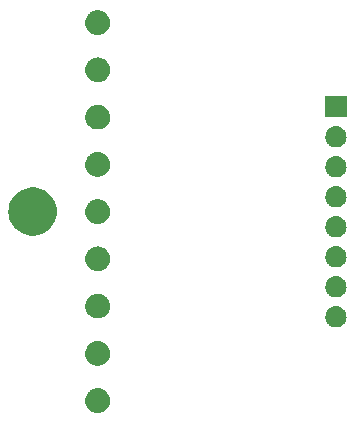
<source format=gbr>
G04 #@! TF.GenerationSoftware,KiCad,Pcbnew,8.0.3*
G04 #@! TF.CreationDate,2024-06-28T16:30:35+02:00*
G04 #@! TF.ProjectId,Playstation 2 breakout,506c6179-7374-4617-9469-6f6e20322062,rev?*
G04 #@! TF.SameCoordinates,Original*
G04 #@! TF.FileFunction,Soldermask,Bot*
G04 #@! TF.FilePolarity,Negative*
%FSLAX46Y46*%
G04 Gerber Fmt 4.6, Leading zero omitted, Abs format (unit mm)*
G04 Created by KiCad (PCBNEW 8.0.3) date 2024-06-28 16:30:35*
%MOMM*%
%LPD*%
G01*
G04 APERTURE LIST*
G04 APERTURE END LIST*
G36*
X168389438Y-91662017D02*
G01*
X168435423Y-91662017D01*
X168486639Y-91671590D01*
X168543540Y-91677195D01*
X168586761Y-91690306D01*
X168625974Y-91697636D01*
X168680285Y-91718676D01*
X168740700Y-91737003D01*
X168775220Y-91755454D01*
X168806732Y-91767662D01*
X168861477Y-91801559D01*
X168922404Y-91834125D01*
X168948006Y-91855136D01*
X168971548Y-91869713D01*
X169023712Y-91917267D01*
X169081669Y-91964831D01*
X169098842Y-91985757D01*
X169114801Y-92000305D01*
X169161129Y-92061653D01*
X169212375Y-92124096D01*
X169222283Y-92142634D01*
X169231622Y-92155000D01*
X169268774Y-92229613D01*
X169309497Y-92305800D01*
X169313840Y-92320117D01*
X169318028Y-92328528D01*
X169342767Y-92415476D01*
X169369305Y-92502960D01*
X169370176Y-92511811D01*
X169371077Y-92514975D01*
X169380438Y-92616002D01*
X169389500Y-92708000D01*
X169380438Y-92800005D01*
X169371077Y-92901024D01*
X169370176Y-92904187D01*
X169369305Y-92913040D01*
X169342762Y-93000538D01*
X169318028Y-93087471D01*
X169313841Y-93095879D01*
X169309497Y-93110200D01*
X169268767Y-93186399D01*
X169231622Y-93260999D01*
X169222285Y-93273362D01*
X169212375Y-93291904D01*
X169161120Y-93354357D01*
X169114801Y-93415694D01*
X169098845Y-93430238D01*
X169081669Y-93451169D01*
X169023701Y-93498741D01*
X168971548Y-93546286D01*
X168948011Y-93560859D01*
X168922404Y-93581875D01*
X168861465Y-93614447D01*
X168806732Y-93648337D01*
X168775226Y-93660542D01*
X168740700Y-93678997D01*
X168680273Y-93697327D01*
X168625974Y-93718363D01*
X168586768Y-93725691D01*
X168543540Y-93738805D01*
X168486636Y-93744409D01*
X168435423Y-93753983D01*
X168389438Y-93753983D01*
X168338500Y-93759000D01*
X168287562Y-93753983D01*
X168241577Y-93753983D01*
X168190363Y-93744409D01*
X168133460Y-93738805D01*
X168090232Y-93725692D01*
X168051025Y-93718363D01*
X167996721Y-93697325D01*
X167936300Y-93678997D01*
X167901775Y-93660543D01*
X167870267Y-93648337D01*
X167815527Y-93614443D01*
X167754596Y-93581875D01*
X167728991Y-93560861D01*
X167705451Y-93546286D01*
X167653288Y-93498733D01*
X167595331Y-93451169D01*
X167578156Y-93430242D01*
X167562198Y-93415694D01*
X167515867Y-93354342D01*
X167464625Y-93291904D01*
X167454716Y-93273366D01*
X167445377Y-93260999D01*
X167408217Y-93186372D01*
X167367503Y-93110200D01*
X167363160Y-93095884D01*
X167358971Y-93087471D01*
X167334221Y-93000485D01*
X167307695Y-92913040D01*
X167306823Y-92904192D01*
X167305922Y-92901024D01*
X167296544Y-92799833D01*
X167287500Y-92708000D01*
X167296544Y-92616173D01*
X167305922Y-92514975D01*
X167306823Y-92511805D01*
X167307695Y-92502960D01*
X167334216Y-92415529D01*
X167358971Y-92328528D01*
X167363161Y-92320112D01*
X167367503Y-92305800D01*
X167408210Y-92229641D01*
X167445377Y-92155000D01*
X167454718Y-92142629D01*
X167464625Y-92124096D01*
X167515857Y-92061668D01*
X167562198Y-92000305D01*
X167578160Y-91985753D01*
X167595331Y-91964831D01*
X167653277Y-91917275D01*
X167705451Y-91869713D01*
X167728996Y-91855134D01*
X167754596Y-91834125D01*
X167815515Y-91801563D01*
X167870267Y-91767662D01*
X167901782Y-91755452D01*
X167936300Y-91737003D01*
X167996709Y-91718677D01*
X168051025Y-91697636D01*
X168090239Y-91690305D01*
X168133460Y-91677195D01*
X168190360Y-91671590D01*
X168241577Y-91662017D01*
X168287562Y-91662017D01*
X168338500Y-91657000D01*
X168389438Y-91662017D01*
G37*
G36*
X168389438Y-87662017D02*
G01*
X168435423Y-87662017D01*
X168486639Y-87671590D01*
X168543540Y-87677195D01*
X168586761Y-87690306D01*
X168625974Y-87697636D01*
X168680285Y-87718676D01*
X168740700Y-87737003D01*
X168775220Y-87755454D01*
X168806732Y-87767662D01*
X168861477Y-87801559D01*
X168922404Y-87834125D01*
X168948006Y-87855136D01*
X168971548Y-87869713D01*
X169023712Y-87917267D01*
X169081669Y-87964831D01*
X169098842Y-87985757D01*
X169114801Y-88000305D01*
X169161129Y-88061653D01*
X169212375Y-88124096D01*
X169222283Y-88142634D01*
X169231622Y-88155000D01*
X169268774Y-88229613D01*
X169309497Y-88305800D01*
X169313840Y-88320117D01*
X169318028Y-88328528D01*
X169342767Y-88415476D01*
X169369305Y-88502960D01*
X169370176Y-88511811D01*
X169371077Y-88514975D01*
X169380438Y-88616002D01*
X169389500Y-88708000D01*
X169380438Y-88800005D01*
X169371077Y-88901024D01*
X169370176Y-88904187D01*
X169369305Y-88913040D01*
X169342762Y-89000538D01*
X169318028Y-89087471D01*
X169313841Y-89095879D01*
X169309497Y-89110200D01*
X169268767Y-89186399D01*
X169231622Y-89260999D01*
X169222285Y-89273362D01*
X169212375Y-89291904D01*
X169161120Y-89354357D01*
X169114801Y-89415694D01*
X169098845Y-89430238D01*
X169081669Y-89451169D01*
X169023701Y-89498741D01*
X168971548Y-89546286D01*
X168948011Y-89560859D01*
X168922404Y-89581875D01*
X168861465Y-89614447D01*
X168806732Y-89648337D01*
X168775226Y-89660542D01*
X168740700Y-89678997D01*
X168680273Y-89697327D01*
X168625974Y-89718363D01*
X168586768Y-89725691D01*
X168543540Y-89738805D01*
X168486636Y-89744409D01*
X168435423Y-89753983D01*
X168389438Y-89753983D01*
X168338500Y-89759000D01*
X168287562Y-89753983D01*
X168241577Y-89753983D01*
X168190363Y-89744409D01*
X168133460Y-89738805D01*
X168090232Y-89725692D01*
X168051025Y-89718363D01*
X167996721Y-89697325D01*
X167936300Y-89678997D01*
X167901775Y-89660543D01*
X167870267Y-89648337D01*
X167815527Y-89614443D01*
X167754596Y-89581875D01*
X167728991Y-89560861D01*
X167705451Y-89546286D01*
X167653288Y-89498733D01*
X167595331Y-89451169D01*
X167578156Y-89430242D01*
X167562198Y-89415694D01*
X167515867Y-89354342D01*
X167464625Y-89291904D01*
X167454716Y-89273366D01*
X167445377Y-89260999D01*
X167408217Y-89186372D01*
X167367503Y-89110200D01*
X167363160Y-89095884D01*
X167358971Y-89087471D01*
X167334221Y-89000485D01*
X167307695Y-88913040D01*
X167306823Y-88904192D01*
X167305922Y-88901024D01*
X167296544Y-88799833D01*
X167287500Y-88708000D01*
X167296544Y-88616173D01*
X167305922Y-88514975D01*
X167306823Y-88511805D01*
X167307695Y-88502960D01*
X167334216Y-88415529D01*
X167358971Y-88328528D01*
X167363161Y-88320112D01*
X167367503Y-88305800D01*
X167408210Y-88229641D01*
X167445377Y-88155000D01*
X167454718Y-88142629D01*
X167464625Y-88124096D01*
X167515857Y-88061668D01*
X167562198Y-88000305D01*
X167578160Y-87985753D01*
X167595331Y-87964831D01*
X167653277Y-87917275D01*
X167705451Y-87869713D01*
X167728996Y-87855134D01*
X167754596Y-87834125D01*
X167815515Y-87801563D01*
X167870267Y-87767662D01*
X167901782Y-87755452D01*
X167936300Y-87737003D01*
X167996709Y-87718677D01*
X168051025Y-87697636D01*
X168090239Y-87690305D01*
X168133460Y-87677195D01*
X168190360Y-87671590D01*
X168241577Y-87662017D01*
X168287562Y-87662017D01*
X168338500Y-87657000D01*
X168389438Y-87662017D01*
G37*
G36*
X188560483Y-84716936D02*
G01*
X188610680Y-84716936D01*
X188654024Y-84726149D01*
X188692159Y-84729905D01*
X188740066Y-84744437D01*
X188794924Y-84756098D01*
X188830030Y-84771728D01*
X188861066Y-84781143D01*
X188910384Y-84807504D01*
X188967000Y-84832711D01*
X188993322Y-84851835D01*
X189016732Y-84864348D01*
X189064488Y-84903540D01*
X189119387Y-84943427D01*
X189137211Y-84963223D01*
X189153175Y-84976324D01*
X189196072Y-85028594D01*
X189245424Y-85083405D01*
X189255792Y-85101363D01*
X189265151Y-85112767D01*
X189299773Y-85177542D01*
X189339604Y-85246530D01*
X189344185Y-85260630D01*
X189348356Y-85268433D01*
X189371352Y-85344242D01*
X189397811Y-85425672D01*
X189398742Y-85434532D01*
X189399594Y-85437340D01*
X189407884Y-85521513D01*
X189417500Y-85613000D01*
X189407883Y-85704494D01*
X189399594Y-85788659D01*
X189398742Y-85791466D01*
X189397811Y-85800328D01*
X189371348Y-85881771D01*
X189348356Y-85957566D01*
X189344186Y-85965366D01*
X189339604Y-85979470D01*
X189299766Y-86048470D01*
X189265151Y-86113232D01*
X189255794Y-86124633D01*
X189245424Y-86142595D01*
X189196063Y-86197415D01*
X189153175Y-86249675D01*
X189137214Y-86262773D01*
X189119387Y-86282573D01*
X189064477Y-86322467D01*
X189016732Y-86361651D01*
X188993327Y-86374161D01*
X188967000Y-86393289D01*
X188910373Y-86418500D01*
X188861066Y-86444856D01*
X188830037Y-86454268D01*
X188794924Y-86469902D01*
X188740055Y-86481564D01*
X188692159Y-86496094D01*
X188654032Y-86499849D01*
X188610680Y-86509064D01*
X188560473Y-86509064D01*
X188516500Y-86513395D01*
X188472527Y-86509064D01*
X188422320Y-86509064D01*
X188378967Y-86499849D01*
X188340840Y-86496094D01*
X188292941Y-86481563D01*
X188238076Y-86469902D01*
X188202964Y-86454269D01*
X188171933Y-86444856D01*
X188122620Y-86418498D01*
X188066000Y-86393289D01*
X188039675Y-86374163D01*
X188016267Y-86361651D01*
X187968513Y-86322460D01*
X187913613Y-86282573D01*
X187895787Y-86262776D01*
X187879824Y-86249675D01*
X187836925Y-86197402D01*
X187787576Y-86142595D01*
X187777208Y-86124637D01*
X187767848Y-86113232D01*
X187733219Y-86048447D01*
X187693396Y-85979470D01*
X187688815Y-85965371D01*
X187684643Y-85957566D01*
X187661636Y-85881725D01*
X187635189Y-85800328D01*
X187634258Y-85791471D01*
X187633405Y-85788659D01*
X187625100Y-85704342D01*
X187615500Y-85613000D01*
X187625099Y-85521664D01*
X187633405Y-85437340D01*
X187634258Y-85434527D01*
X187635189Y-85425672D01*
X187661632Y-85344288D01*
X187684643Y-85268433D01*
X187688815Y-85260626D01*
X187693396Y-85246530D01*
X187733212Y-85177565D01*
X187767848Y-85112767D01*
X187777210Y-85101359D01*
X187787576Y-85083405D01*
X187836916Y-85028607D01*
X187879824Y-84976324D01*
X187895791Y-84963219D01*
X187913613Y-84943427D01*
X187968502Y-84903546D01*
X188016267Y-84864348D01*
X188039680Y-84851833D01*
X188066000Y-84832711D01*
X188122609Y-84807506D01*
X188171933Y-84781143D01*
X188202971Y-84771727D01*
X188238076Y-84756098D01*
X188292930Y-84744438D01*
X188340840Y-84729905D01*
X188378976Y-84726148D01*
X188422320Y-84716936D01*
X188472516Y-84716936D01*
X188516500Y-84712604D01*
X188560483Y-84716936D01*
G37*
G36*
X168389438Y-83662017D02*
G01*
X168435423Y-83662017D01*
X168486639Y-83671590D01*
X168543540Y-83677195D01*
X168586761Y-83690306D01*
X168625974Y-83697636D01*
X168680285Y-83718676D01*
X168740700Y-83737003D01*
X168775220Y-83755454D01*
X168806732Y-83767662D01*
X168861477Y-83801559D01*
X168922404Y-83834125D01*
X168948006Y-83855136D01*
X168971548Y-83869713D01*
X169023712Y-83917267D01*
X169081669Y-83964831D01*
X169098842Y-83985757D01*
X169114801Y-84000305D01*
X169161129Y-84061653D01*
X169212375Y-84124096D01*
X169222283Y-84142634D01*
X169231622Y-84155000D01*
X169268774Y-84229613D01*
X169309497Y-84305800D01*
X169313840Y-84320117D01*
X169318028Y-84328528D01*
X169342767Y-84415476D01*
X169369305Y-84502960D01*
X169370176Y-84511811D01*
X169371077Y-84514975D01*
X169380438Y-84616002D01*
X169389500Y-84708000D01*
X169380438Y-84800005D01*
X169371077Y-84901024D01*
X169370176Y-84904187D01*
X169369305Y-84913040D01*
X169342762Y-85000538D01*
X169318028Y-85087471D01*
X169313841Y-85095879D01*
X169309497Y-85110200D01*
X169268767Y-85186399D01*
X169231622Y-85260999D01*
X169222285Y-85273362D01*
X169212375Y-85291904D01*
X169161120Y-85354357D01*
X169114801Y-85415694D01*
X169098845Y-85430238D01*
X169081669Y-85451169D01*
X169023701Y-85498741D01*
X168971548Y-85546286D01*
X168948011Y-85560859D01*
X168922404Y-85581875D01*
X168861465Y-85614447D01*
X168806732Y-85648337D01*
X168775226Y-85660542D01*
X168740700Y-85678997D01*
X168680273Y-85697327D01*
X168625974Y-85718363D01*
X168586768Y-85725691D01*
X168543540Y-85738805D01*
X168486636Y-85744409D01*
X168435423Y-85753983D01*
X168389438Y-85753983D01*
X168338500Y-85759000D01*
X168287562Y-85753983D01*
X168241577Y-85753983D01*
X168190363Y-85744409D01*
X168133460Y-85738805D01*
X168090232Y-85725692D01*
X168051025Y-85718363D01*
X167996721Y-85697325D01*
X167936300Y-85678997D01*
X167901775Y-85660543D01*
X167870267Y-85648337D01*
X167815527Y-85614443D01*
X167754596Y-85581875D01*
X167728991Y-85560861D01*
X167705451Y-85546286D01*
X167653288Y-85498733D01*
X167595331Y-85451169D01*
X167578156Y-85430242D01*
X167562198Y-85415694D01*
X167515867Y-85354342D01*
X167464625Y-85291904D01*
X167454716Y-85273366D01*
X167445377Y-85260999D01*
X167408217Y-85186372D01*
X167367503Y-85110200D01*
X167363160Y-85095884D01*
X167358971Y-85087471D01*
X167334221Y-85000485D01*
X167307695Y-84913040D01*
X167306823Y-84904192D01*
X167305922Y-84901024D01*
X167296544Y-84799833D01*
X167287500Y-84708000D01*
X167296544Y-84616173D01*
X167305922Y-84514975D01*
X167306823Y-84511805D01*
X167307695Y-84502960D01*
X167334216Y-84415529D01*
X167358971Y-84328528D01*
X167363161Y-84320112D01*
X167367503Y-84305800D01*
X167408210Y-84229641D01*
X167445377Y-84155000D01*
X167454718Y-84142629D01*
X167464625Y-84124096D01*
X167515857Y-84061668D01*
X167562198Y-84000305D01*
X167578160Y-83985753D01*
X167595331Y-83964831D01*
X167653277Y-83917275D01*
X167705451Y-83869713D01*
X167728996Y-83855134D01*
X167754596Y-83834125D01*
X167815515Y-83801563D01*
X167870267Y-83767662D01*
X167901782Y-83755452D01*
X167936300Y-83737003D01*
X167996709Y-83718677D01*
X168051025Y-83697636D01*
X168090239Y-83690305D01*
X168133460Y-83677195D01*
X168190360Y-83671590D01*
X168241577Y-83662017D01*
X168287562Y-83662017D01*
X168338500Y-83657000D01*
X168389438Y-83662017D01*
G37*
G36*
X188560483Y-82176936D02*
G01*
X188610680Y-82176936D01*
X188654024Y-82186149D01*
X188692159Y-82189905D01*
X188740066Y-82204437D01*
X188794924Y-82216098D01*
X188830030Y-82231728D01*
X188861066Y-82241143D01*
X188910384Y-82267504D01*
X188967000Y-82292711D01*
X188993322Y-82311835D01*
X189016732Y-82324348D01*
X189064488Y-82363540D01*
X189119387Y-82403427D01*
X189137211Y-82423223D01*
X189153175Y-82436324D01*
X189196072Y-82488594D01*
X189245424Y-82543405D01*
X189255792Y-82561363D01*
X189265151Y-82572767D01*
X189299773Y-82637542D01*
X189339604Y-82706530D01*
X189344185Y-82720630D01*
X189348356Y-82728433D01*
X189371352Y-82804242D01*
X189397811Y-82885672D01*
X189398742Y-82894532D01*
X189399594Y-82897340D01*
X189407884Y-82981513D01*
X189417500Y-83073000D01*
X189407883Y-83164494D01*
X189399594Y-83248659D01*
X189398742Y-83251466D01*
X189397811Y-83260328D01*
X189371348Y-83341771D01*
X189348356Y-83417566D01*
X189344186Y-83425366D01*
X189339604Y-83439470D01*
X189299766Y-83508470D01*
X189265151Y-83573232D01*
X189255794Y-83584633D01*
X189245424Y-83602595D01*
X189196063Y-83657415D01*
X189153175Y-83709675D01*
X189137214Y-83722773D01*
X189119387Y-83742573D01*
X189064477Y-83782467D01*
X189016732Y-83821651D01*
X188993327Y-83834161D01*
X188967000Y-83853289D01*
X188910373Y-83878500D01*
X188861066Y-83904856D01*
X188830037Y-83914268D01*
X188794924Y-83929902D01*
X188740055Y-83941564D01*
X188692159Y-83956094D01*
X188654032Y-83959849D01*
X188610680Y-83969064D01*
X188560473Y-83969064D01*
X188516500Y-83973395D01*
X188472527Y-83969064D01*
X188422320Y-83969064D01*
X188378967Y-83959849D01*
X188340840Y-83956094D01*
X188292941Y-83941563D01*
X188238076Y-83929902D01*
X188202964Y-83914269D01*
X188171933Y-83904856D01*
X188122620Y-83878498D01*
X188066000Y-83853289D01*
X188039675Y-83834163D01*
X188016267Y-83821651D01*
X187968513Y-83782460D01*
X187913613Y-83742573D01*
X187895787Y-83722776D01*
X187879824Y-83709675D01*
X187836925Y-83657402D01*
X187787576Y-83602595D01*
X187777208Y-83584637D01*
X187767848Y-83573232D01*
X187733219Y-83508447D01*
X187693396Y-83439470D01*
X187688815Y-83425371D01*
X187684643Y-83417566D01*
X187661636Y-83341725D01*
X187635189Y-83260328D01*
X187634258Y-83251471D01*
X187633405Y-83248659D01*
X187625100Y-83164342D01*
X187615500Y-83073000D01*
X187625099Y-82981664D01*
X187633405Y-82897340D01*
X187634258Y-82894527D01*
X187635189Y-82885672D01*
X187661632Y-82804288D01*
X187684643Y-82728433D01*
X187688815Y-82720626D01*
X187693396Y-82706530D01*
X187733212Y-82637565D01*
X187767848Y-82572767D01*
X187777210Y-82561359D01*
X187787576Y-82543405D01*
X187836916Y-82488607D01*
X187879824Y-82436324D01*
X187895791Y-82423219D01*
X187913613Y-82403427D01*
X187968502Y-82363546D01*
X188016267Y-82324348D01*
X188039680Y-82311833D01*
X188066000Y-82292711D01*
X188122609Y-82267506D01*
X188171933Y-82241143D01*
X188202971Y-82231727D01*
X188238076Y-82216098D01*
X188292930Y-82204438D01*
X188340840Y-82189905D01*
X188378976Y-82186148D01*
X188422320Y-82176936D01*
X188472516Y-82176936D01*
X188516500Y-82172604D01*
X188560483Y-82176936D01*
G37*
G36*
X168389438Y-79662017D02*
G01*
X168435423Y-79662017D01*
X168486639Y-79671590D01*
X168543540Y-79677195D01*
X168586761Y-79690306D01*
X168625974Y-79697636D01*
X168680285Y-79718676D01*
X168740700Y-79737003D01*
X168775220Y-79755454D01*
X168806732Y-79767662D01*
X168861477Y-79801559D01*
X168922404Y-79834125D01*
X168948006Y-79855136D01*
X168971548Y-79869713D01*
X169023712Y-79917267D01*
X169081669Y-79964831D01*
X169098842Y-79985757D01*
X169114801Y-80000305D01*
X169161129Y-80061653D01*
X169212375Y-80124096D01*
X169222283Y-80142634D01*
X169231622Y-80155000D01*
X169268774Y-80229613D01*
X169309497Y-80305800D01*
X169313840Y-80320117D01*
X169318028Y-80328528D01*
X169342767Y-80415476D01*
X169369305Y-80502960D01*
X169370176Y-80511811D01*
X169371077Y-80514975D01*
X169380438Y-80616002D01*
X169389500Y-80708000D01*
X169380438Y-80800005D01*
X169371077Y-80901024D01*
X169370176Y-80904187D01*
X169369305Y-80913040D01*
X169342762Y-81000538D01*
X169318028Y-81087471D01*
X169313841Y-81095879D01*
X169309497Y-81110200D01*
X169268767Y-81186399D01*
X169231622Y-81260999D01*
X169222285Y-81273362D01*
X169212375Y-81291904D01*
X169161120Y-81354357D01*
X169114801Y-81415694D01*
X169098845Y-81430238D01*
X169081669Y-81451169D01*
X169023701Y-81498741D01*
X168971548Y-81546286D01*
X168948011Y-81560859D01*
X168922404Y-81581875D01*
X168861465Y-81614447D01*
X168806732Y-81648337D01*
X168775226Y-81660542D01*
X168740700Y-81678997D01*
X168680273Y-81697327D01*
X168625974Y-81718363D01*
X168586768Y-81725691D01*
X168543540Y-81738805D01*
X168486636Y-81744409D01*
X168435423Y-81753983D01*
X168389438Y-81753983D01*
X168338500Y-81759000D01*
X168287562Y-81753983D01*
X168241577Y-81753983D01*
X168190363Y-81744409D01*
X168133460Y-81738805D01*
X168090232Y-81725692D01*
X168051025Y-81718363D01*
X167996721Y-81697325D01*
X167936300Y-81678997D01*
X167901775Y-81660543D01*
X167870267Y-81648337D01*
X167815527Y-81614443D01*
X167754596Y-81581875D01*
X167728991Y-81560861D01*
X167705451Y-81546286D01*
X167653288Y-81498733D01*
X167595331Y-81451169D01*
X167578156Y-81430242D01*
X167562198Y-81415694D01*
X167515867Y-81354342D01*
X167464625Y-81291904D01*
X167454716Y-81273366D01*
X167445377Y-81260999D01*
X167408217Y-81186372D01*
X167367503Y-81110200D01*
X167363160Y-81095884D01*
X167358971Y-81087471D01*
X167334221Y-81000485D01*
X167307695Y-80913040D01*
X167306823Y-80904192D01*
X167305922Y-80901024D01*
X167296544Y-80799833D01*
X167287500Y-80708000D01*
X167296544Y-80616173D01*
X167305922Y-80514975D01*
X167306823Y-80511805D01*
X167307695Y-80502960D01*
X167334216Y-80415529D01*
X167358971Y-80328528D01*
X167363161Y-80320112D01*
X167367503Y-80305800D01*
X167408210Y-80229641D01*
X167445377Y-80155000D01*
X167454718Y-80142629D01*
X167464625Y-80124096D01*
X167515857Y-80061668D01*
X167562198Y-80000305D01*
X167578160Y-79985753D01*
X167595331Y-79964831D01*
X167653277Y-79917275D01*
X167705451Y-79869713D01*
X167728996Y-79855134D01*
X167754596Y-79834125D01*
X167815515Y-79801563D01*
X167870267Y-79767662D01*
X167901782Y-79755452D01*
X167936300Y-79737003D01*
X167996709Y-79718677D01*
X168051025Y-79697636D01*
X168090239Y-79690305D01*
X168133460Y-79677195D01*
X168190360Y-79671590D01*
X168241577Y-79662017D01*
X168287562Y-79662017D01*
X168338500Y-79657000D01*
X168389438Y-79662017D01*
G37*
G36*
X188560483Y-79636936D02*
G01*
X188610680Y-79636936D01*
X188654024Y-79646149D01*
X188692159Y-79649905D01*
X188740066Y-79664437D01*
X188794924Y-79676098D01*
X188830030Y-79691728D01*
X188861066Y-79701143D01*
X188910384Y-79727504D01*
X188967000Y-79752711D01*
X188993322Y-79771835D01*
X189016732Y-79784348D01*
X189064488Y-79823540D01*
X189119387Y-79863427D01*
X189137211Y-79883223D01*
X189153175Y-79896324D01*
X189196072Y-79948594D01*
X189245424Y-80003405D01*
X189255792Y-80021363D01*
X189265151Y-80032767D01*
X189299773Y-80097542D01*
X189339604Y-80166530D01*
X189344185Y-80180630D01*
X189348356Y-80188433D01*
X189371352Y-80264242D01*
X189397811Y-80345672D01*
X189398742Y-80354532D01*
X189399594Y-80357340D01*
X189407884Y-80441513D01*
X189417500Y-80533000D01*
X189407883Y-80624494D01*
X189399594Y-80708659D01*
X189398742Y-80711466D01*
X189397811Y-80720328D01*
X189371348Y-80801771D01*
X189348356Y-80877566D01*
X189344186Y-80885366D01*
X189339604Y-80899470D01*
X189299766Y-80968470D01*
X189265151Y-81033232D01*
X189255794Y-81044633D01*
X189245424Y-81062595D01*
X189196063Y-81117415D01*
X189153175Y-81169675D01*
X189137214Y-81182773D01*
X189119387Y-81202573D01*
X189064477Y-81242467D01*
X189016732Y-81281651D01*
X188993327Y-81294161D01*
X188967000Y-81313289D01*
X188910373Y-81338500D01*
X188861066Y-81364856D01*
X188830037Y-81374268D01*
X188794924Y-81389902D01*
X188740055Y-81401564D01*
X188692159Y-81416094D01*
X188654032Y-81419849D01*
X188610680Y-81429064D01*
X188560473Y-81429064D01*
X188516500Y-81433395D01*
X188472527Y-81429064D01*
X188422320Y-81429064D01*
X188378967Y-81419849D01*
X188340840Y-81416094D01*
X188292941Y-81401563D01*
X188238076Y-81389902D01*
X188202964Y-81374269D01*
X188171933Y-81364856D01*
X188122620Y-81338498D01*
X188066000Y-81313289D01*
X188039675Y-81294163D01*
X188016267Y-81281651D01*
X187968513Y-81242460D01*
X187913613Y-81202573D01*
X187895787Y-81182776D01*
X187879824Y-81169675D01*
X187836925Y-81117402D01*
X187787576Y-81062595D01*
X187777208Y-81044637D01*
X187767848Y-81033232D01*
X187733219Y-80968447D01*
X187693396Y-80899470D01*
X187688815Y-80885371D01*
X187684643Y-80877566D01*
X187661636Y-80801725D01*
X187635189Y-80720328D01*
X187634258Y-80711471D01*
X187633405Y-80708659D01*
X187625100Y-80624342D01*
X187615500Y-80533000D01*
X187625099Y-80441664D01*
X187633405Y-80357340D01*
X187634258Y-80354527D01*
X187635189Y-80345672D01*
X187661632Y-80264288D01*
X187684643Y-80188433D01*
X187688815Y-80180626D01*
X187693396Y-80166530D01*
X187733212Y-80097565D01*
X187767848Y-80032767D01*
X187777210Y-80021359D01*
X187787576Y-80003405D01*
X187836916Y-79948607D01*
X187879824Y-79896324D01*
X187895791Y-79883219D01*
X187913613Y-79863427D01*
X187968502Y-79823546D01*
X188016267Y-79784348D01*
X188039680Y-79771833D01*
X188066000Y-79752711D01*
X188122609Y-79727506D01*
X188171933Y-79701143D01*
X188202971Y-79691727D01*
X188238076Y-79676098D01*
X188292930Y-79664438D01*
X188340840Y-79649905D01*
X188378976Y-79646148D01*
X188422320Y-79636936D01*
X188472516Y-79636936D01*
X188516500Y-79632604D01*
X188560483Y-79636936D01*
G37*
G36*
X188560483Y-77096936D02*
G01*
X188610680Y-77096936D01*
X188654024Y-77106149D01*
X188692159Y-77109905D01*
X188740066Y-77124437D01*
X188794924Y-77136098D01*
X188830030Y-77151728D01*
X188861066Y-77161143D01*
X188910384Y-77187504D01*
X188967000Y-77212711D01*
X188993322Y-77231835D01*
X189016732Y-77244348D01*
X189064488Y-77283540D01*
X189119387Y-77323427D01*
X189137211Y-77343223D01*
X189153175Y-77356324D01*
X189196072Y-77408594D01*
X189245424Y-77463405D01*
X189255792Y-77481363D01*
X189265151Y-77492767D01*
X189299773Y-77557542D01*
X189339604Y-77626530D01*
X189344185Y-77640630D01*
X189348356Y-77648433D01*
X189371352Y-77724242D01*
X189397811Y-77805672D01*
X189398742Y-77814532D01*
X189399594Y-77817340D01*
X189407884Y-77901513D01*
X189417500Y-77993000D01*
X189407883Y-78084494D01*
X189399594Y-78168659D01*
X189398742Y-78171466D01*
X189397811Y-78180328D01*
X189371348Y-78261771D01*
X189348356Y-78337566D01*
X189344186Y-78345366D01*
X189339604Y-78359470D01*
X189299766Y-78428470D01*
X189265151Y-78493232D01*
X189255794Y-78504633D01*
X189245424Y-78522595D01*
X189196063Y-78577415D01*
X189153175Y-78629675D01*
X189137214Y-78642773D01*
X189119387Y-78662573D01*
X189064477Y-78702467D01*
X189016732Y-78741651D01*
X188993327Y-78754161D01*
X188967000Y-78773289D01*
X188910373Y-78798500D01*
X188861066Y-78824856D01*
X188830037Y-78834268D01*
X188794924Y-78849902D01*
X188740055Y-78861564D01*
X188692159Y-78876094D01*
X188654032Y-78879849D01*
X188610680Y-78889064D01*
X188560473Y-78889064D01*
X188516500Y-78893395D01*
X188472527Y-78889064D01*
X188422320Y-78889064D01*
X188378967Y-78879849D01*
X188340840Y-78876094D01*
X188292941Y-78861563D01*
X188238076Y-78849902D01*
X188202964Y-78834269D01*
X188171933Y-78824856D01*
X188122620Y-78798498D01*
X188066000Y-78773289D01*
X188039675Y-78754163D01*
X188016267Y-78741651D01*
X187968513Y-78702460D01*
X187913613Y-78662573D01*
X187895787Y-78642776D01*
X187879824Y-78629675D01*
X187836925Y-78577402D01*
X187787576Y-78522595D01*
X187777208Y-78504637D01*
X187767848Y-78493232D01*
X187733219Y-78428447D01*
X187693396Y-78359470D01*
X187688815Y-78345371D01*
X187684643Y-78337566D01*
X187661636Y-78261725D01*
X187635189Y-78180328D01*
X187634258Y-78171471D01*
X187633405Y-78168659D01*
X187625100Y-78084342D01*
X187615500Y-77993000D01*
X187625099Y-77901664D01*
X187633405Y-77817340D01*
X187634258Y-77814527D01*
X187635189Y-77805672D01*
X187661632Y-77724288D01*
X187684643Y-77648433D01*
X187688815Y-77640626D01*
X187693396Y-77626530D01*
X187733212Y-77557565D01*
X187767848Y-77492767D01*
X187777210Y-77481359D01*
X187787576Y-77463405D01*
X187836916Y-77408607D01*
X187879824Y-77356324D01*
X187895791Y-77343219D01*
X187913613Y-77323427D01*
X187968502Y-77283546D01*
X188016267Y-77244348D01*
X188039680Y-77231833D01*
X188066000Y-77212711D01*
X188122609Y-77187506D01*
X188171933Y-77161143D01*
X188202971Y-77151727D01*
X188238076Y-77136098D01*
X188292930Y-77124438D01*
X188340840Y-77109905D01*
X188378976Y-77106148D01*
X188422320Y-77096936D01*
X188472516Y-77096936D01*
X188516500Y-77092604D01*
X188560483Y-77096936D01*
G37*
G36*
X163255788Y-74699899D02*
G01*
X163525338Y-74775423D01*
X163782093Y-74886947D01*
X164021271Y-75032395D01*
X164238416Y-75209055D01*
X164429484Y-75413639D01*
X164590914Y-75642333D01*
X164719700Y-75890879D01*
X164813443Y-76154647D01*
X164870397Y-76428722D01*
X164889500Y-76708000D01*
X164870397Y-76987278D01*
X164813443Y-77261353D01*
X164719700Y-77525121D01*
X164590914Y-77773667D01*
X164429484Y-78002361D01*
X164238416Y-78206945D01*
X164021271Y-78383605D01*
X163782093Y-78529053D01*
X163525338Y-78640577D01*
X163255788Y-78716101D01*
X162978465Y-78754219D01*
X162698535Y-78754219D01*
X162421212Y-78716101D01*
X162151662Y-78640577D01*
X161894907Y-78529053D01*
X161655729Y-78383605D01*
X161438584Y-78206945D01*
X161247516Y-78002361D01*
X161086086Y-77773667D01*
X160957300Y-77525121D01*
X160863557Y-77261353D01*
X160806603Y-76987278D01*
X160787500Y-76708000D01*
X160806603Y-76428722D01*
X160863557Y-76154647D01*
X160957300Y-75890879D01*
X161086086Y-75642333D01*
X161247516Y-75413639D01*
X161438584Y-75209055D01*
X161655729Y-75032395D01*
X161894907Y-74886947D01*
X162151662Y-74775423D01*
X162421212Y-74699899D01*
X162698535Y-74661781D01*
X162978465Y-74661781D01*
X163255788Y-74699899D01*
G37*
G36*
X168389438Y-75662017D02*
G01*
X168435423Y-75662017D01*
X168486639Y-75671590D01*
X168543540Y-75677195D01*
X168586761Y-75690306D01*
X168625974Y-75697636D01*
X168680285Y-75718676D01*
X168740700Y-75737003D01*
X168775220Y-75755454D01*
X168806732Y-75767662D01*
X168861477Y-75801559D01*
X168922404Y-75834125D01*
X168948006Y-75855136D01*
X168971548Y-75869713D01*
X169023712Y-75917267D01*
X169081669Y-75964831D01*
X169098842Y-75985757D01*
X169114801Y-76000305D01*
X169161129Y-76061653D01*
X169212375Y-76124096D01*
X169222283Y-76142634D01*
X169231622Y-76155000D01*
X169268774Y-76229613D01*
X169309497Y-76305800D01*
X169313840Y-76320117D01*
X169318028Y-76328528D01*
X169342767Y-76415476D01*
X169369305Y-76502960D01*
X169370176Y-76511811D01*
X169371077Y-76514975D01*
X169380438Y-76616002D01*
X169389500Y-76708000D01*
X169380438Y-76800005D01*
X169371077Y-76901024D01*
X169370176Y-76904187D01*
X169369305Y-76913040D01*
X169342762Y-77000538D01*
X169318028Y-77087471D01*
X169313841Y-77095879D01*
X169309497Y-77110200D01*
X169268767Y-77186399D01*
X169231622Y-77260999D01*
X169222285Y-77273362D01*
X169212375Y-77291904D01*
X169161120Y-77354357D01*
X169114801Y-77415694D01*
X169098845Y-77430238D01*
X169081669Y-77451169D01*
X169023701Y-77498741D01*
X168971548Y-77546286D01*
X168948011Y-77560859D01*
X168922404Y-77581875D01*
X168861465Y-77614447D01*
X168806732Y-77648337D01*
X168775226Y-77660542D01*
X168740700Y-77678997D01*
X168680273Y-77697327D01*
X168625974Y-77718363D01*
X168586768Y-77725691D01*
X168543540Y-77738805D01*
X168486636Y-77744409D01*
X168435423Y-77753983D01*
X168389438Y-77753983D01*
X168338500Y-77759000D01*
X168287562Y-77753983D01*
X168241577Y-77753983D01*
X168190363Y-77744409D01*
X168133460Y-77738805D01*
X168090232Y-77725692D01*
X168051025Y-77718363D01*
X167996721Y-77697325D01*
X167936300Y-77678997D01*
X167901775Y-77660543D01*
X167870267Y-77648337D01*
X167815527Y-77614443D01*
X167754596Y-77581875D01*
X167728991Y-77560861D01*
X167705451Y-77546286D01*
X167653288Y-77498733D01*
X167595331Y-77451169D01*
X167578156Y-77430242D01*
X167562198Y-77415694D01*
X167515867Y-77354342D01*
X167464625Y-77291904D01*
X167454716Y-77273366D01*
X167445377Y-77260999D01*
X167408217Y-77186372D01*
X167367503Y-77110200D01*
X167363160Y-77095884D01*
X167358971Y-77087471D01*
X167334221Y-77000485D01*
X167307695Y-76913040D01*
X167306823Y-76904192D01*
X167305922Y-76901024D01*
X167296544Y-76799833D01*
X167287500Y-76708000D01*
X167296544Y-76616173D01*
X167305922Y-76514975D01*
X167306823Y-76511805D01*
X167307695Y-76502960D01*
X167334216Y-76415529D01*
X167358971Y-76328528D01*
X167363161Y-76320112D01*
X167367503Y-76305800D01*
X167408210Y-76229641D01*
X167445377Y-76155000D01*
X167454718Y-76142629D01*
X167464625Y-76124096D01*
X167515857Y-76061668D01*
X167562198Y-76000305D01*
X167578160Y-75985753D01*
X167595331Y-75964831D01*
X167653277Y-75917275D01*
X167705451Y-75869713D01*
X167728996Y-75855134D01*
X167754596Y-75834125D01*
X167815515Y-75801563D01*
X167870267Y-75767662D01*
X167901782Y-75755452D01*
X167936300Y-75737003D01*
X167996709Y-75718677D01*
X168051025Y-75697636D01*
X168090239Y-75690305D01*
X168133460Y-75677195D01*
X168190360Y-75671590D01*
X168241577Y-75662017D01*
X168287562Y-75662017D01*
X168338500Y-75657000D01*
X168389438Y-75662017D01*
G37*
G36*
X188560483Y-74556936D02*
G01*
X188610680Y-74556936D01*
X188654024Y-74566149D01*
X188692159Y-74569905D01*
X188740066Y-74584437D01*
X188794924Y-74596098D01*
X188830030Y-74611728D01*
X188861066Y-74621143D01*
X188910384Y-74647504D01*
X188967000Y-74672711D01*
X188993322Y-74691835D01*
X189016732Y-74704348D01*
X189064488Y-74743540D01*
X189119387Y-74783427D01*
X189137211Y-74803223D01*
X189153175Y-74816324D01*
X189196072Y-74868594D01*
X189245424Y-74923405D01*
X189255792Y-74941363D01*
X189265151Y-74952767D01*
X189299773Y-75017542D01*
X189339604Y-75086530D01*
X189344185Y-75100630D01*
X189348356Y-75108433D01*
X189371352Y-75184242D01*
X189397811Y-75265672D01*
X189398742Y-75274532D01*
X189399594Y-75277340D01*
X189407884Y-75361513D01*
X189417500Y-75453000D01*
X189407883Y-75544494D01*
X189399594Y-75628659D01*
X189398742Y-75631466D01*
X189397811Y-75640328D01*
X189371348Y-75721771D01*
X189348356Y-75797566D01*
X189344186Y-75805366D01*
X189339604Y-75819470D01*
X189299766Y-75888470D01*
X189265151Y-75953232D01*
X189255794Y-75964633D01*
X189245424Y-75982595D01*
X189196063Y-76037415D01*
X189153175Y-76089675D01*
X189137214Y-76102773D01*
X189119387Y-76122573D01*
X189064477Y-76162467D01*
X189016732Y-76201651D01*
X188993327Y-76214161D01*
X188967000Y-76233289D01*
X188910373Y-76258500D01*
X188861066Y-76284856D01*
X188830037Y-76294268D01*
X188794924Y-76309902D01*
X188740055Y-76321564D01*
X188692159Y-76336094D01*
X188654032Y-76339849D01*
X188610680Y-76349064D01*
X188560473Y-76349064D01*
X188516500Y-76353395D01*
X188472527Y-76349064D01*
X188422320Y-76349064D01*
X188378967Y-76339849D01*
X188340840Y-76336094D01*
X188292941Y-76321563D01*
X188238076Y-76309902D01*
X188202964Y-76294269D01*
X188171933Y-76284856D01*
X188122620Y-76258498D01*
X188066000Y-76233289D01*
X188039675Y-76214163D01*
X188016267Y-76201651D01*
X187968513Y-76162460D01*
X187913613Y-76122573D01*
X187895787Y-76102776D01*
X187879824Y-76089675D01*
X187836925Y-76037402D01*
X187787576Y-75982595D01*
X187777208Y-75964637D01*
X187767848Y-75953232D01*
X187733219Y-75888447D01*
X187693396Y-75819470D01*
X187688815Y-75805371D01*
X187684643Y-75797566D01*
X187661636Y-75721725D01*
X187635189Y-75640328D01*
X187634258Y-75631471D01*
X187633405Y-75628659D01*
X187625100Y-75544342D01*
X187615500Y-75453000D01*
X187625099Y-75361664D01*
X187633405Y-75277340D01*
X187634258Y-75274527D01*
X187635189Y-75265672D01*
X187661632Y-75184288D01*
X187684643Y-75108433D01*
X187688815Y-75100626D01*
X187693396Y-75086530D01*
X187733212Y-75017565D01*
X187767848Y-74952767D01*
X187777210Y-74941359D01*
X187787576Y-74923405D01*
X187836916Y-74868607D01*
X187879824Y-74816324D01*
X187895791Y-74803219D01*
X187913613Y-74783427D01*
X187968502Y-74743546D01*
X188016267Y-74704348D01*
X188039680Y-74691833D01*
X188066000Y-74672711D01*
X188122609Y-74647506D01*
X188171933Y-74621143D01*
X188202971Y-74611727D01*
X188238076Y-74596098D01*
X188292930Y-74584438D01*
X188340840Y-74569905D01*
X188378976Y-74566148D01*
X188422320Y-74556936D01*
X188472516Y-74556936D01*
X188516500Y-74552604D01*
X188560483Y-74556936D01*
G37*
G36*
X188560483Y-72016936D02*
G01*
X188610680Y-72016936D01*
X188654024Y-72026149D01*
X188692159Y-72029905D01*
X188740066Y-72044437D01*
X188794924Y-72056098D01*
X188830030Y-72071728D01*
X188861066Y-72081143D01*
X188910384Y-72107504D01*
X188967000Y-72132711D01*
X188993322Y-72151835D01*
X189016732Y-72164348D01*
X189064488Y-72203540D01*
X189119387Y-72243427D01*
X189137211Y-72263223D01*
X189153175Y-72276324D01*
X189196072Y-72328594D01*
X189245424Y-72383405D01*
X189255792Y-72401363D01*
X189265151Y-72412767D01*
X189299773Y-72477542D01*
X189339604Y-72546530D01*
X189344185Y-72560630D01*
X189348356Y-72568433D01*
X189371352Y-72644242D01*
X189397811Y-72725672D01*
X189398742Y-72734532D01*
X189399594Y-72737340D01*
X189407884Y-72821513D01*
X189417500Y-72913000D01*
X189407883Y-73004494D01*
X189399594Y-73088659D01*
X189398742Y-73091466D01*
X189397811Y-73100328D01*
X189371348Y-73181771D01*
X189348356Y-73257566D01*
X189344186Y-73265366D01*
X189339604Y-73279470D01*
X189299766Y-73348470D01*
X189265151Y-73413232D01*
X189255794Y-73424633D01*
X189245424Y-73442595D01*
X189196063Y-73497415D01*
X189153175Y-73549675D01*
X189137214Y-73562773D01*
X189119387Y-73582573D01*
X189064477Y-73622467D01*
X189016732Y-73661651D01*
X188993327Y-73674161D01*
X188967000Y-73693289D01*
X188910373Y-73718500D01*
X188861066Y-73744856D01*
X188830037Y-73754268D01*
X188794924Y-73769902D01*
X188740055Y-73781564D01*
X188692159Y-73796094D01*
X188654032Y-73799849D01*
X188610680Y-73809064D01*
X188560473Y-73809064D01*
X188516500Y-73813395D01*
X188472527Y-73809064D01*
X188422320Y-73809064D01*
X188378967Y-73799849D01*
X188340840Y-73796094D01*
X188292941Y-73781563D01*
X188238076Y-73769902D01*
X188202964Y-73754269D01*
X188171933Y-73744856D01*
X188122620Y-73718498D01*
X188066000Y-73693289D01*
X188039675Y-73674163D01*
X188016267Y-73661651D01*
X187968513Y-73622460D01*
X187913613Y-73582573D01*
X187895787Y-73562776D01*
X187879824Y-73549675D01*
X187836925Y-73497402D01*
X187787576Y-73442595D01*
X187777208Y-73424637D01*
X187767848Y-73413232D01*
X187733219Y-73348447D01*
X187693396Y-73279470D01*
X187688815Y-73265371D01*
X187684643Y-73257566D01*
X187661636Y-73181725D01*
X187635189Y-73100328D01*
X187634258Y-73091471D01*
X187633405Y-73088659D01*
X187625100Y-73004342D01*
X187615500Y-72913000D01*
X187625099Y-72821664D01*
X187633405Y-72737340D01*
X187634258Y-72734527D01*
X187635189Y-72725672D01*
X187661632Y-72644288D01*
X187684643Y-72568433D01*
X187688815Y-72560626D01*
X187693396Y-72546530D01*
X187733212Y-72477565D01*
X187767848Y-72412767D01*
X187777210Y-72401359D01*
X187787576Y-72383405D01*
X187836916Y-72328607D01*
X187879824Y-72276324D01*
X187895791Y-72263219D01*
X187913613Y-72243427D01*
X187968502Y-72203546D01*
X188016267Y-72164348D01*
X188039680Y-72151833D01*
X188066000Y-72132711D01*
X188122609Y-72107506D01*
X188171933Y-72081143D01*
X188202971Y-72071727D01*
X188238076Y-72056098D01*
X188292930Y-72044438D01*
X188340840Y-72029905D01*
X188378976Y-72026148D01*
X188422320Y-72016936D01*
X188472516Y-72016936D01*
X188516500Y-72012604D01*
X188560483Y-72016936D01*
G37*
G36*
X168389438Y-71662017D02*
G01*
X168435423Y-71662017D01*
X168486639Y-71671590D01*
X168543540Y-71677195D01*
X168586761Y-71690306D01*
X168625974Y-71697636D01*
X168680285Y-71718676D01*
X168740700Y-71737003D01*
X168775220Y-71755454D01*
X168806732Y-71767662D01*
X168861477Y-71801559D01*
X168922404Y-71834125D01*
X168948006Y-71855136D01*
X168971548Y-71869713D01*
X169023712Y-71917267D01*
X169081669Y-71964831D01*
X169098842Y-71985757D01*
X169114801Y-72000305D01*
X169161129Y-72061653D01*
X169212375Y-72124096D01*
X169222283Y-72142634D01*
X169231622Y-72155000D01*
X169268774Y-72229613D01*
X169309497Y-72305800D01*
X169313840Y-72320117D01*
X169318028Y-72328528D01*
X169342767Y-72415476D01*
X169369305Y-72502960D01*
X169370176Y-72511811D01*
X169371077Y-72514975D01*
X169380438Y-72616002D01*
X169389500Y-72708000D01*
X169380438Y-72800005D01*
X169371077Y-72901024D01*
X169370176Y-72904187D01*
X169369305Y-72913040D01*
X169342762Y-73000538D01*
X169318028Y-73087471D01*
X169313841Y-73095879D01*
X169309497Y-73110200D01*
X169268767Y-73186399D01*
X169231622Y-73260999D01*
X169222285Y-73273362D01*
X169212375Y-73291904D01*
X169161120Y-73354357D01*
X169114801Y-73415694D01*
X169098845Y-73430238D01*
X169081669Y-73451169D01*
X169023701Y-73498741D01*
X168971548Y-73546286D01*
X168948011Y-73560859D01*
X168922404Y-73581875D01*
X168861465Y-73614447D01*
X168806732Y-73648337D01*
X168775226Y-73660542D01*
X168740700Y-73678997D01*
X168680273Y-73697327D01*
X168625974Y-73718363D01*
X168586768Y-73725691D01*
X168543540Y-73738805D01*
X168486636Y-73744409D01*
X168435423Y-73753983D01*
X168389438Y-73753983D01*
X168338500Y-73759000D01*
X168287562Y-73753983D01*
X168241577Y-73753983D01*
X168190363Y-73744409D01*
X168133460Y-73738805D01*
X168090232Y-73725692D01*
X168051025Y-73718363D01*
X167996721Y-73697325D01*
X167936300Y-73678997D01*
X167901775Y-73660543D01*
X167870267Y-73648337D01*
X167815527Y-73614443D01*
X167754596Y-73581875D01*
X167728991Y-73560861D01*
X167705451Y-73546286D01*
X167653288Y-73498733D01*
X167595331Y-73451169D01*
X167578156Y-73430242D01*
X167562198Y-73415694D01*
X167515867Y-73354342D01*
X167464625Y-73291904D01*
X167454716Y-73273366D01*
X167445377Y-73260999D01*
X167408217Y-73186372D01*
X167367503Y-73110200D01*
X167363160Y-73095884D01*
X167358971Y-73087471D01*
X167334221Y-73000485D01*
X167307695Y-72913040D01*
X167306823Y-72904192D01*
X167305922Y-72901024D01*
X167296544Y-72799833D01*
X167287500Y-72708000D01*
X167296544Y-72616173D01*
X167305922Y-72514975D01*
X167306823Y-72511805D01*
X167307695Y-72502960D01*
X167334216Y-72415529D01*
X167358971Y-72328528D01*
X167363161Y-72320112D01*
X167367503Y-72305800D01*
X167408210Y-72229641D01*
X167445377Y-72155000D01*
X167454718Y-72142629D01*
X167464625Y-72124096D01*
X167515857Y-72061668D01*
X167562198Y-72000305D01*
X167578160Y-71985753D01*
X167595331Y-71964831D01*
X167653277Y-71917275D01*
X167705451Y-71869713D01*
X167728996Y-71855134D01*
X167754596Y-71834125D01*
X167815515Y-71801563D01*
X167870267Y-71767662D01*
X167901782Y-71755452D01*
X167936300Y-71737003D01*
X167996709Y-71718677D01*
X168051025Y-71697636D01*
X168090239Y-71690305D01*
X168133460Y-71677195D01*
X168190360Y-71671590D01*
X168241577Y-71662017D01*
X168287562Y-71662017D01*
X168338500Y-71657000D01*
X168389438Y-71662017D01*
G37*
G36*
X188560483Y-69476936D02*
G01*
X188610680Y-69476936D01*
X188654024Y-69486149D01*
X188692159Y-69489905D01*
X188740066Y-69504437D01*
X188794924Y-69516098D01*
X188830030Y-69531728D01*
X188861066Y-69541143D01*
X188910384Y-69567504D01*
X188967000Y-69592711D01*
X188993322Y-69611835D01*
X189016732Y-69624348D01*
X189064488Y-69663540D01*
X189119387Y-69703427D01*
X189137211Y-69723223D01*
X189153175Y-69736324D01*
X189196072Y-69788594D01*
X189245424Y-69843405D01*
X189255792Y-69861363D01*
X189265151Y-69872767D01*
X189299773Y-69937542D01*
X189339604Y-70006530D01*
X189344185Y-70020630D01*
X189348356Y-70028433D01*
X189371352Y-70104242D01*
X189397811Y-70185672D01*
X189398742Y-70194532D01*
X189399594Y-70197340D01*
X189407884Y-70281513D01*
X189417500Y-70373000D01*
X189407883Y-70464494D01*
X189399594Y-70548659D01*
X189398742Y-70551466D01*
X189397811Y-70560328D01*
X189371348Y-70641771D01*
X189348356Y-70717566D01*
X189344186Y-70725366D01*
X189339604Y-70739470D01*
X189299766Y-70808470D01*
X189265151Y-70873232D01*
X189255794Y-70884633D01*
X189245424Y-70902595D01*
X189196063Y-70957415D01*
X189153175Y-71009675D01*
X189137214Y-71022773D01*
X189119387Y-71042573D01*
X189064477Y-71082467D01*
X189016732Y-71121651D01*
X188993327Y-71134161D01*
X188967000Y-71153289D01*
X188910373Y-71178500D01*
X188861066Y-71204856D01*
X188830037Y-71214268D01*
X188794924Y-71229902D01*
X188740055Y-71241564D01*
X188692159Y-71256094D01*
X188654032Y-71259849D01*
X188610680Y-71269064D01*
X188560473Y-71269064D01*
X188516500Y-71273395D01*
X188472527Y-71269064D01*
X188422320Y-71269064D01*
X188378967Y-71259849D01*
X188340840Y-71256094D01*
X188292941Y-71241563D01*
X188238076Y-71229902D01*
X188202964Y-71214269D01*
X188171933Y-71204856D01*
X188122620Y-71178498D01*
X188066000Y-71153289D01*
X188039675Y-71134163D01*
X188016267Y-71121651D01*
X187968513Y-71082460D01*
X187913613Y-71042573D01*
X187895787Y-71022776D01*
X187879824Y-71009675D01*
X187836925Y-70957402D01*
X187787576Y-70902595D01*
X187777208Y-70884637D01*
X187767848Y-70873232D01*
X187733219Y-70808447D01*
X187693396Y-70739470D01*
X187688815Y-70725371D01*
X187684643Y-70717566D01*
X187661636Y-70641725D01*
X187635189Y-70560328D01*
X187634258Y-70551471D01*
X187633405Y-70548659D01*
X187625100Y-70464342D01*
X187615500Y-70373000D01*
X187625099Y-70281664D01*
X187633405Y-70197340D01*
X187634258Y-70194527D01*
X187635189Y-70185672D01*
X187661632Y-70104288D01*
X187684643Y-70028433D01*
X187688815Y-70020626D01*
X187693396Y-70006530D01*
X187733212Y-69937565D01*
X187767848Y-69872767D01*
X187777210Y-69861359D01*
X187787576Y-69843405D01*
X187836916Y-69788607D01*
X187879824Y-69736324D01*
X187895791Y-69723219D01*
X187913613Y-69703427D01*
X187968502Y-69663546D01*
X188016267Y-69624348D01*
X188039680Y-69611833D01*
X188066000Y-69592711D01*
X188122609Y-69567506D01*
X188171933Y-69541143D01*
X188202971Y-69531727D01*
X188238076Y-69516098D01*
X188292930Y-69504438D01*
X188340840Y-69489905D01*
X188378976Y-69486148D01*
X188422320Y-69476936D01*
X188472516Y-69476936D01*
X188516500Y-69472604D01*
X188560483Y-69476936D01*
G37*
G36*
X168389438Y-67662017D02*
G01*
X168435423Y-67662017D01*
X168486639Y-67671590D01*
X168543540Y-67677195D01*
X168586761Y-67690306D01*
X168625974Y-67697636D01*
X168680285Y-67718676D01*
X168740700Y-67737003D01*
X168775220Y-67755454D01*
X168806732Y-67767662D01*
X168861477Y-67801559D01*
X168922404Y-67834125D01*
X168948006Y-67855136D01*
X168971548Y-67869713D01*
X169023712Y-67917267D01*
X169081669Y-67964831D01*
X169098842Y-67985757D01*
X169114801Y-68000305D01*
X169161129Y-68061653D01*
X169212375Y-68124096D01*
X169222283Y-68142634D01*
X169231622Y-68155000D01*
X169268774Y-68229613D01*
X169309497Y-68305800D01*
X169313840Y-68320117D01*
X169318028Y-68328528D01*
X169342767Y-68415476D01*
X169369305Y-68502960D01*
X169370176Y-68511811D01*
X169371077Y-68514975D01*
X169380438Y-68616002D01*
X169389500Y-68708000D01*
X169380438Y-68800005D01*
X169371077Y-68901024D01*
X169370176Y-68904187D01*
X169369305Y-68913040D01*
X169342762Y-69000538D01*
X169318028Y-69087471D01*
X169313841Y-69095879D01*
X169309497Y-69110200D01*
X169268767Y-69186399D01*
X169231622Y-69260999D01*
X169222285Y-69273362D01*
X169212375Y-69291904D01*
X169161120Y-69354357D01*
X169114801Y-69415694D01*
X169098845Y-69430238D01*
X169081669Y-69451169D01*
X169023701Y-69498741D01*
X168971548Y-69546286D01*
X168948011Y-69560859D01*
X168922404Y-69581875D01*
X168861465Y-69614447D01*
X168806732Y-69648337D01*
X168775226Y-69660542D01*
X168740700Y-69678997D01*
X168680273Y-69697327D01*
X168625974Y-69718363D01*
X168586768Y-69725691D01*
X168543540Y-69738805D01*
X168486636Y-69744409D01*
X168435423Y-69753983D01*
X168389438Y-69753983D01*
X168338500Y-69759000D01*
X168287562Y-69753983D01*
X168241577Y-69753983D01*
X168190363Y-69744409D01*
X168133460Y-69738805D01*
X168090232Y-69725692D01*
X168051025Y-69718363D01*
X167996721Y-69697325D01*
X167936300Y-69678997D01*
X167901775Y-69660543D01*
X167870267Y-69648337D01*
X167815527Y-69614443D01*
X167754596Y-69581875D01*
X167728991Y-69560861D01*
X167705451Y-69546286D01*
X167653288Y-69498733D01*
X167595331Y-69451169D01*
X167578156Y-69430242D01*
X167562198Y-69415694D01*
X167515867Y-69354342D01*
X167464625Y-69291904D01*
X167454716Y-69273366D01*
X167445377Y-69260999D01*
X167408217Y-69186372D01*
X167367503Y-69110200D01*
X167363160Y-69095884D01*
X167358971Y-69087471D01*
X167334221Y-69000485D01*
X167307695Y-68913040D01*
X167306823Y-68904192D01*
X167305922Y-68901024D01*
X167296544Y-68799833D01*
X167287500Y-68708000D01*
X167296544Y-68616173D01*
X167305922Y-68514975D01*
X167306823Y-68511805D01*
X167307695Y-68502960D01*
X167334216Y-68415529D01*
X167358971Y-68328528D01*
X167363161Y-68320112D01*
X167367503Y-68305800D01*
X167408210Y-68229641D01*
X167445377Y-68155000D01*
X167454718Y-68142629D01*
X167464625Y-68124096D01*
X167515857Y-68061668D01*
X167562198Y-68000305D01*
X167578160Y-67985753D01*
X167595331Y-67964831D01*
X167653277Y-67917275D01*
X167705451Y-67869713D01*
X167728996Y-67855134D01*
X167754596Y-67834125D01*
X167815515Y-67801563D01*
X167870267Y-67767662D01*
X167901782Y-67755452D01*
X167936300Y-67737003D01*
X167996709Y-67718677D01*
X168051025Y-67697636D01*
X168090239Y-67690305D01*
X168133460Y-67677195D01*
X168190360Y-67671590D01*
X168241577Y-67662017D01*
X168287562Y-67662017D01*
X168338500Y-67657000D01*
X168389438Y-67662017D01*
G37*
G36*
X189386017Y-66935882D02*
G01*
X189402562Y-66946938D01*
X189413618Y-66963483D01*
X189417500Y-66983000D01*
X189417500Y-68683000D01*
X189413618Y-68702517D01*
X189402562Y-68719062D01*
X189386017Y-68730118D01*
X189366500Y-68734000D01*
X187666500Y-68734000D01*
X187646983Y-68730118D01*
X187630438Y-68719062D01*
X187619382Y-68702517D01*
X187615500Y-68683000D01*
X187615500Y-66983000D01*
X187619382Y-66963483D01*
X187630438Y-66946938D01*
X187646983Y-66935882D01*
X187666500Y-66932000D01*
X189366500Y-66932000D01*
X189386017Y-66935882D01*
G37*
G36*
X168389438Y-63662017D02*
G01*
X168435423Y-63662017D01*
X168486639Y-63671590D01*
X168543540Y-63677195D01*
X168586761Y-63690306D01*
X168625974Y-63697636D01*
X168680285Y-63718676D01*
X168740700Y-63737003D01*
X168775220Y-63755454D01*
X168806732Y-63767662D01*
X168861477Y-63801559D01*
X168922404Y-63834125D01*
X168948006Y-63855136D01*
X168971548Y-63869713D01*
X169023712Y-63917267D01*
X169081669Y-63964831D01*
X169098842Y-63985757D01*
X169114801Y-64000305D01*
X169161129Y-64061653D01*
X169212375Y-64124096D01*
X169222283Y-64142634D01*
X169231622Y-64155000D01*
X169268774Y-64229613D01*
X169309497Y-64305800D01*
X169313840Y-64320117D01*
X169318028Y-64328528D01*
X169342767Y-64415476D01*
X169369305Y-64502960D01*
X169370176Y-64511811D01*
X169371077Y-64514975D01*
X169380438Y-64616002D01*
X169389500Y-64708000D01*
X169380438Y-64800005D01*
X169371077Y-64901024D01*
X169370176Y-64904187D01*
X169369305Y-64913040D01*
X169342762Y-65000538D01*
X169318028Y-65087471D01*
X169313841Y-65095879D01*
X169309497Y-65110200D01*
X169268767Y-65186399D01*
X169231622Y-65260999D01*
X169222285Y-65273362D01*
X169212375Y-65291904D01*
X169161120Y-65354357D01*
X169114801Y-65415694D01*
X169098845Y-65430238D01*
X169081669Y-65451169D01*
X169023701Y-65498741D01*
X168971548Y-65546286D01*
X168948011Y-65560859D01*
X168922404Y-65581875D01*
X168861465Y-65614447D01*
X168806732Y-65648337D01*
X168775226Y-65660542D01*
X168740700Y-65678997D01*
X168680273Y-65697327D01*
X168625974Y-65718363D01*
X168586768Y-65725691D01*
X168543540Y-65738805D01*
X168486636Y-65744409D01*
X168435423Y-65753983D01*
X168389438Y-65753983D01*
X168338500Y-65759000D01*
X168287562Y-65753983D01*
X168241577Y-65753983D01*
X168190363Y-65744409D01*
X168133460Y-65738805D01*
X168090232Y-65725692D01*
X168051025Y-65718363D01*
X167996721Y-65697325D01*
X167936300Y-65678997D01*
X167901775Y-65660543D01*
X167870267Y-65648337D01*
X167815527Y-65614443D01*
X167754596Y-65581875D01*
X167728991Y-65560861D01*
X167705451Y-65546286D01*
X167653288Y-65498733D01*
X167595331Y-65451169D01*
X167578156Y-65430242D01*
X167562198Y-65415694D01*
X167515867Y-65354342D01*
X167464625Y-65291904D01*
X167454716Y-65273366D01*
X167445377Y-65260999D01*
X167408217Y-65186372D01*
X167367503Y-65110200D01*
X167363160Y-65095884D01*
X167358971Y-65087471D01*
X167334221Y-65000485D01*
X167307695Y-64913040D01*
X167306823Y-64904192D01*
X167305922Y-64901024D01*
X167296544Y-64799833D01*
X167287500Y-64708000D01*
X167296544Y-64616173D01*
X167305922Y-64514975D01*
X167306823Y-64511805D01*
X167307695Y-64502960D01*
X167334216Y-64415529D01*
X167358971Y-64328528D01*
X167363161Y-64320112D01*
X167367503Y-64305800D01*
X167408210Y-64229641D01*
X167445377Y-64155000D01*
X167454718Y-64142629D01*
X167464625Y-64124096D01*
X167515857Y-64061668D01*
X167562198Y-64000305D01*
X167578160Y-63985753D01*
X167595331Y-63964831D01*
X167653277Y-63917275D01*
X167705451Y-63869713D01*
X167728996Y-63855134D01*
X167754596Y-63834125D01*
X167815515Y-63801563D01*
X167870267Y-63767662D01*
X167901782Y-63755452D01*
X167936300Y-63737003D01*
X167996709Y-63718677D01*
X168051025Y-63697636D01*
X168090239Y-63690305D01*
X168133460Y-63677195D01*
X168190360Y-63671590D01*
X168241577Y-63662017D01*
X168287562Y-63662017D01*
X168338500Y-63657000D01*
X168389438Y-63662017D01*
G37*
G36*
X168389438Y-59662017D02*
G01*
X168435423Y-59662017D01*
X168486639Y-59671590D01*
X168543540Y-59677195D01*
X168586761Y-59690306D01*
X168625974Y-59697636D01*
X168680285Y-59718676D01*
X168740700Y-59737003D01*
X168775220Y-59755454D01*
X168806732Y-59767662D01*
X168861477Y-59801559D01*
X168922404Y-59834125D01*
X168948006Y-59855136D01*
X168971548Y-59869713D01*
X169023712Y-59917267D01*
X169081669Y-59964831D01*
X169098842Y-59985757D01*
X169114801Y-60000305D01*
X169161129Y-60061653D01*
X169212375Y-60124096D01*
X169222283Y-60142634D01*
X169231622Y-60155000D01*
X169268774Y-60229613D01*
X169309497Y-60305800D01*
X169313840Y-60320117D01*
X169318028Y-60328528D01*
X169342767Y-60415476D01*
X169369305Y-60502960D01*
X169370176Y-60511811D01*
X169371077Y-60514975D01*
X169380438Y-60616002D01*
X169389500Y-60708000D01*
X169380438Y-60800005D01*
X169371077Y-60901024D01*
X169370176Y-60904187D01*
X169369305Y-60913040D01*
X169342762Y-61000538D01*
X169318028Y-61087471D01*
X169313841Y-61095879D01*
X169309497Y-61110200D01*
X169268767Y-61186399D01*
X169231622Y-61260999D01*
X169222285Y-61273362D01*
X169212375Y-61291904D01*
X169161120Y-61354357D01*
X169114801Y-61415694D01*
X169098845Y-61430238D01*
X169081669Y-61451169D01*
X169023701Y-61498741D01*
X168971548Y-61546286D01*
X168948011Y-61560859D01*
X168922404Y-61581875D01*
X168861465Y-61614447D01*
X168806732Y-61648337D01*
X168775226Y-61660542D01*
X168740700Y-61678997D01*
X168680273Y-61697327D01*
X168625974Y-61718363D01*
X168586768Y-61725691D01*
X168543540Y-61738805D01*
X168486636Y-61744409D01*
X168435423Y-61753983D01*
X168389438Y-61753983D01*
X168338500Y-61759000D01*
X168287562Y-61753983D01*
X168241577Y-61753983D01*
X168190363Y-61744409D01*
X168133460Y-61738805D01*
X168090232Y-61725692D01*
X168051025Y-61718363D01*
X167996721Y-61697325D01*
X167936300Y-61678997D01*
X167901775Y-61660543D01*
X167870267Y-61648337D01*
X167815527Y-61614443D01*
X167754596Y-61581875D01*
X167728991Y-61560861D01*
X167705451Y-61546286D01*
X167653288Y-61498733D01*
X167595331Y-61451169D01*
X167578156Y-61430242D01*
X167562198Y-61415694D01*
X167515867Y-61354342D01*
X167464625Y-61291904D01*
X167454716Y-61273366D01*
X167445377Y-61260999D01*
X167408217Y-61186372D01*
X167367503Y-61110200D01*
X167363160Y-61095884D01*
X167358971Y-61087471D01*
X167334221Y-61000485D01*
X167307695Y-60913040D01*
X167306823Y-60904192D01*
X167305922Y-60901024D01*
X167296544Y-60799833D01*
X167287500Y-60708000D01*
X167296544Y-60616173D01*
X167305922Y-60514975D01*
X167306823Y-60511805D01*
X167307695Y-60502960D01*
X167334216Y-60415529D01*
X167358971Y-60328528D01*
X167363161Y-60320112D01*
X167367503Y-60305800D01*
X167408210Y-60229641D01*
X167445377Y-60155000D01*
X167454718Y-60142629D01*
X167464625Y-60124096D01*
X167515857Y-60061668D01*
X167562198Y-60000305D01*
X167578160Y-59985753D01*
X167595331Y-59964831D01*
X167653277Y-59917275D01*
X167705451Y-59869713D01*
X167728996Y-59855134D01*
X167754596Y-59834125D01*
X167815515Y-59801563D01*
X167870267Y-59767662D01*
X167901782Y-59755452D01*
X167936300Y-59737003D01*
X167996709Y-59718677D01*
X168051025Y-59697636D01*
X168090239Y-59690305D01*
X168133460Y-59677195D01*
X168190360Y-59671590D01*
X168241577Y-59662017D01*
X168287562Y-59662017D01*
X168338500Y-59657000D01*
X168389438Y-59662017D01*
G37*
M02*

</source>
